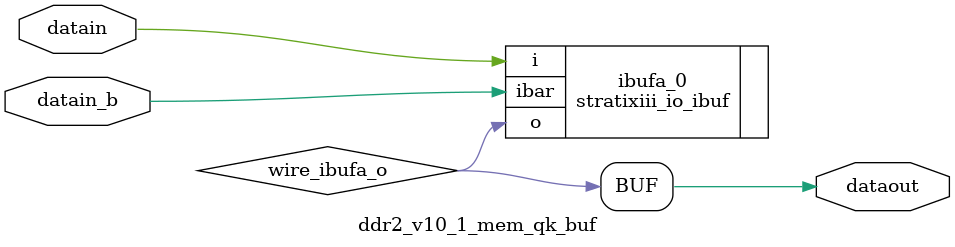
<source format=v>






//synthesis_resources = stratixiii_io_ibuf 1 
//synopsys translate_off
`timescale 1 ps / 1 ps
//synopsys translate_on
module  ddr2_v10_1_mem_qk_buf
	( 
	datain,
	datain_b,
	dataout) /* synthesis synthesis_clearbox=1 */;
	input   [0:0]  datain;
	input   [0:0]  datain_b;
	output   [0:0]  dataout;
`ifndef ALTERA_RESERVED_QIS
// synopsys translate_off
`endif
	tri0   [0:0]  datain_b;
`ifndef ALTERA_RESERVED_QIS
// synopsys translate_on
`endif

	wire  [0:0]   wire_ibufa_o;

	stratixiii_io_ibuf   ibufa_0
	( 
	.i(datain),
	.ibar(datain_b),
	.o(wire_ibufa_o[0:0])
	`ifndef FORMAL_VERIFICATION
	// synopsys translate_off
	`endif
	,
	.dynamicterminationcontrol(1'b0)
	`ifndef FORMAL_VERIFICATION
	// synopsys translate_on
	`endif
	);
	defparam
		ibufa_0.bus_hold = "false",
		ibufa_0.differential_mode = "true",
		ibufa_0.lpm_type = "stratixiii_io_ibuf";
	assign
		dataout = wire_ibufa_o;
endmodule //ddr2_v10_1_mem_qk_buf
//VALID FILE

</source>
